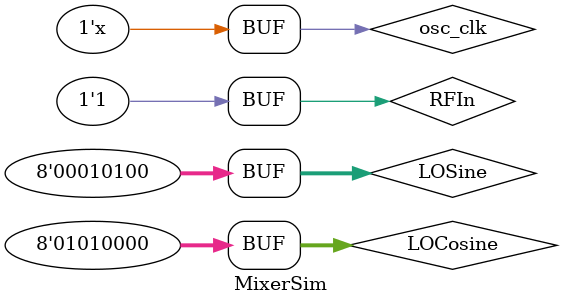
<source format=v>
 


module MixerSim(); 
  reg osc_clk, RFIn;
  reg signed [7:0] LOSine, LOCosine;
   wire DiffOut;
  wire signed [7:0] MixerOutSin;
  wire signed [7:0] MixerOutCos;




Mixer Mixer1 (
.clk (osc_clk),
.RFIn (RFIn),
.sin_in (LOSine),
.cos_in (LOCosine),
.RFOut (DiffOut),
.MixerOutSin (MixerOutSin),
.MixerOutCos (MixerOutCos)
);

initial
begin
	osc_clk = 0;
	RFIn = 0;
	LOSine = 0;
	LOCosine = 80;	  
	#20 RFIn = 1;
	#30 LOSine = 20;
end

always
	#5 osc_clk <= !osc_clk;

endmodule

</source>
